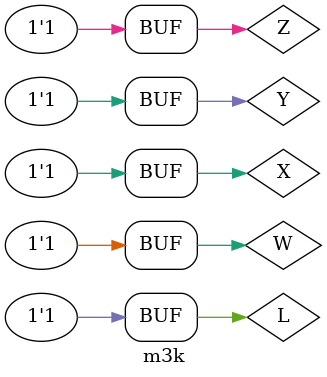
<source format=v>
`include "Celda_Inicial.v"
`include "Celda_tipica.v"
`include "Celda_Final.v"

module m1k;
reg X,Y,K,Z,L;
wire SXI,SYI,SKI,SZI;

CI Indtance0 ( SXI,SYI,SKI,SZI, X,Y,K,Z,L);
initial begin

		X=0;	Y=0;	Z=0;	K=0;	L=1;	
	#1	X=0;	Y=0;	Z=0;	K=1;	L=0;	
	#1	X=0;	Y=0;	Z=0;	K=1;	L=1;	
	#1	X=0;	Y=0;	Z=1;	K=0;	L=0;	
	#1	X=0;	Y=0;	Z=1;	K=0;	L=1;	
	#1	X=0;	Y=0;	Z=1;	K=1;	L=0;	
	#1	X=0;	Y=0;	Z=1;	K=1;	L=1;	
	#1	X=0;	Y=1;	Z=0;	K=0;	L=0;	
	#1	X=0;	Y=1;	Z=0;	K=0;	L=1;	
	#1	X=0;	Y=1;	Z=0;	K=1;	L=0;	
	#1	X=0;	Y=1;	Z=0;	K=1;	L=1;	
	#1	X=0;	Y=1;	Z=1;	K=0;	L=0;	
	#1	X=0;	Y=1;	Z=1;	K=0;	L=1;	
	#1	X=0;	Y=1;	Z=1;	K=1;	L=0;	
	#1	X=0;	Y=1;	Z=1;	K=1;	L=1;	
	#1	X=1;	Y=0;	Z=0;	K=0;	L=0;	
	#1	X=1;	Y=0;	Z=0;	K=0;	L=1;	
	#1	X=1;	Y=0;	Z=0;	K=1;	L=0;	
	#1	X=1;	Y=0;	Z=0;	K=1;	L=1;	
	#1	X=1;	Y=0;	Z=1;	K=0;	L=0;	
	#1	X=1;	Y=0;	Z=1;	K=0;	L=1;	
	#1	X=1;	Y=0;	Z=1;	K=1;	L=0;	
	#1	X=1;	Y=0;	Z=1;	K=1;	L=1;	
	#1	X=1;	Y=1;	Z=0;	K=0;	L=0;	
	#1	X=1;	Y=1;	Z=0;	K=0;	L=1;	
	#1	X=1;	Y=1;	Z=0;	K=1;	L=0;	
	#1	X=1;	Y=1;	Z=0;	K=1;	L=1;	
	#1	X=1;	Y=1;	Z=1;	K=0;	L=0;	
	#1	X=1;	Y=1;	Z=1;	K=0;	L=1;	
	#1	X=1;	Y=1;	Z=1;	K=1;	L=0;	
	#1	X=1;	Y=1;	Z=1;	K=1;	L=1;	

end
initial begin
    //$monitor ("%t |X = %d| Y = %d| Z = %d| S_1 = %d", $time, X, Y, Z, S_1);
    $dumpfile("dump.vcd");
    $dumpvars();
end
endmodule

//PARA CELDA TIPICA
module m2k;
reg X,Y,W,L,Z;
wire SXT,SYT,SKT,SZT;
CT Indtance1 ( SXT,SYT,SKT,SZT, X,Y,W,L);
initial begin

		X=0;	Y=0;	Z=0;	W=0;	L=1;	
	#1	X=0;	Y=0;	Z=0;	W=1;	L=0;	
	#1	X=0;	Y=0;	Z=0;	W=1;	L=1;	
	#1	X=0;	Y=0;	Z=1;	W=0;	L=0;	
	#1	X=0;	Y=0;	Z=1;	W=0;	L=1;	
	#1	X=0;	Y=0;	Z=1;	W=1;	L=0;	
	#1	X=0;	Y=0;	Z=1;	W=1;	L=1;	
	#1	X=0;	Y=1;	Z=0;	W=0;	L=0;	
	#1	X=0;	Y=1;	Z=0;	W=0;	L=1;	
	#1	X=0;	Y=1;	Z=0;	W=1;	L=0;	
	#1	X=0;	Y=1;	Z=0;	W=1;	L=1;	
	#1	X=0;	Y=1;	Z=1;	W=0;	L=0;	
	#1	X=0;	Y=1;	Z=1;	W=0;	L=1;	
	#1	X=0;	Y=1;	Z=1;	W=1;	L=0;	
	#1	X=0;	Y=1;	Z=1;	W=1;	L=1;	
	#1	X=1;	Y=0;	Z=0;	W=0;	L=0;	
	#1	X=1;	Y=0;	Z=0;	W=0;	L=1;	
	#1	X=1;	Y=0;	Z=0;	W=1;	L=0;	
	#1	X=1;	Y=0;	Z=0;	W=1;	L=1;	
	#1	X=1;	Y=0;	Z=1;	W=0;	L=0;	
	#1	X=1;	Y=0;	Z=1;	W=0;	L=1;	
	#1	X=1;	Y=0;	Z=1;	W=1;	L=0;	
	#1	X=1;	Y=0;	Z=1;	W=1;	L=1;	
	#1	X=1;	Y=1;	Z=0;	W=0;	L=0;	
	#1	X=1;	Y=1;	Z=0;	W=0;	L=1;	
	#1	X=1;	Y=1;	Z=0;	W=1;	L=0;	
	#1	X=1;	Y=1;	Z=0;	W=1;	L=1;	
	#1	X=1;	Y=1;	Z=1;	W=0;	L=0;	
	#1	X=1;	Y=1;	Z=1;	W=0;	L=1;	
	#1	X=1;	Y=1;	Z=1;	W=1;	L=0;	
	#1	X=1;	Y=1;	Z=1;	W=1;	L=1;	

end
initial begin
    //$monitor ("%t |X = %d| Y = %d| Z = %d| S_1 = %d", $time, X, Y, Z, S_1);
    $dumpfile("dump.vcd");
    $dumpvars();
end
endmodule

//PARA CELDA FINAL
module m3k;
reg X,Y,W,L,Z;
wire SZF;
CF Indtance2 ( SZF, X,Y,W,L);
initial begin
    

		X=0;	Y=0;	Z=0;	W=0;	L=1;	
	#1	X=0;	Y=0;	Z=0;	W=1;	L=0;	
	#1	X=0;	Y=0;	Z=0;	W=1;	L=1;	
	#1	X=0;	Y=0;	Z=1;	W=0;	L=0;	
	#1	X=0;	Y=0;	Z=1;	W=0;	L=1;	
	#1	X=0;	Y=0;	Z=1;	W=1;	L=0;	
	#1	X=0;	Y=0;	Z=1;	W=1;	L=1;	
	#1	X=0;	Y=1;	Z=0;	W=0;	L=0;	
	#1	X=0;	Y=1;	Z=0;	W=0;	L=1;	
	#1	X=0;	Y=1;	Z=0;	W=1;	L=0;	
	#1	X=0;	Y=1;	Z=0;	W=1;	L=1;	
	#1	X=0;	Y=1;	Z=1;	W=0;	L=0;	
	#1	X=0;	Y=1;	Z=1;	W=0;	L=1;	
	#1	X=0;	Y=1;	Z=1;	W=1;	L=0;	
	#1	X=0;	Y=1;	Z=1;	W=1;	L=1;	
	#1	X=1;	Y=0;	Z=0;	W=0;	L=0;	
	#1	X=1;	Y=0;	Z=0;	W=0;	L=1;	
	#1	X=1;	Y=0;	Z=0;	W=1;	L=0;	
	#1	X=1;	Y=0;	Z=0;	W=1;	L=1;	
	#1	X=1;	Y=0;	Z=1;	W=0;	L=0;	
	#1	X=1;	Y=0;	Z=1;	W=0;	L=1;	
	#1	X=1;	Y=0;	Z=1;	W=1;	L=0;	
	#1	X=1;	Y=0;	Z=1;	W=1;	L=1;	
	#1	X=1;	Y=1;	Z=0;	W=0;	L=0;	
	#1	X=1;	Y=1;	Z=0;	W=0;	L=1;	
	#1	X=1;	Y=1;	Z=0;	W=1;	L=0;	
	#1	X=1;	Y=1;	Z=0;	W=1;	L=1;	
	#1	X=1;	Y=1;	Z=1;	W=0;	L=0;	
	#1	X=1;	Y=1;	Z=1;	W=0;	L=1;	
	#1	X=1;	Y=1;	Z=1;	W=1;	L=0;	
	#1	X=1;	Y=1;	Z=1;	W=1;	L=1;	

end
initial begin
    //$monitor ("%t |X = %d| Y = %d| Z = %d| S_1 = %d", $time, X, Y, Z, S_1);
    $dumpfile("dump.vcd");
    $dumpvars();
end
endmodule

</source>
